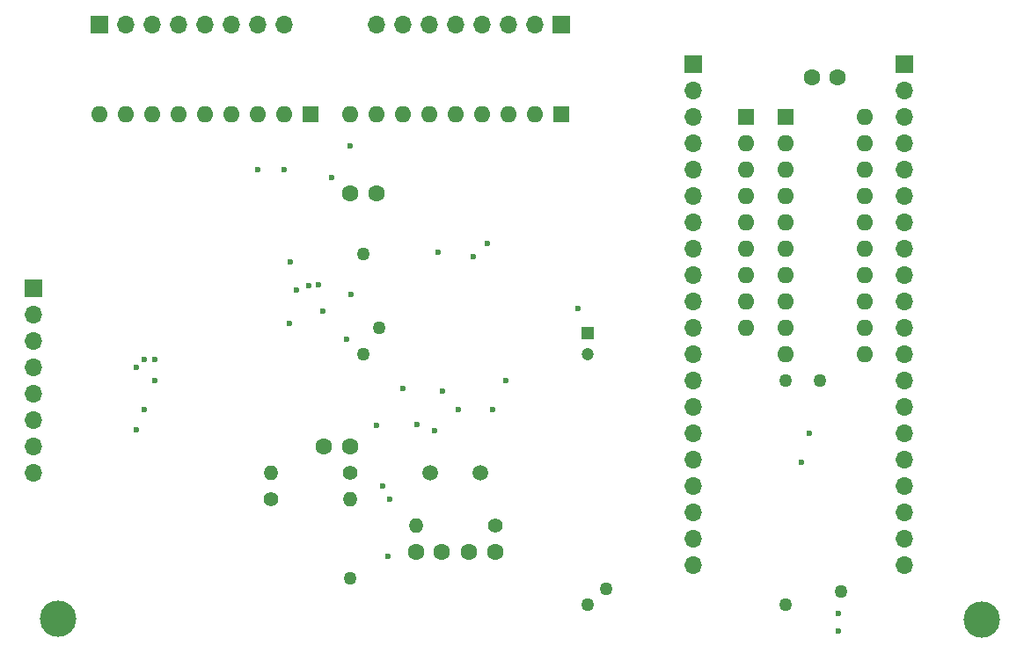
<source format=gbs>
G04 #@! TF.GenerationSoftware,KiCad,Pcbnew,(7.0.0)*
G04 #@! TF.CreationDate,2023-09-09T07:47:01+09:00*
G04 #@! TF.ProjectId,MEZ68HC11,4d455a36-3848-4433-9131-2e6b69636164,rev?*
G04 #@! TF.SameCoordinates,PX55d4a80PY9043270*
G04 #@! TF.FileFunction,Soldermask,Bot*
G04 #@! TF.FilePolarity,Negative*
%FSLAX46Y46*%
G04 Gerber Fmt 4.6, Leading zero omitted, Abs format (unit mm)*
G04 Created by KiCad (PCBNEW (7.0.0)) date 2023-09-09 07:47:01*
%MOMM*%
%LPD*%
G01*
G04 APERTURE LIST*
%ADD10R,1.600000X1.600000*%
%ADD11O,1.600000X1.600000*%
%ADD12R,1.700000X1.700000*%
%ADD13O,1.700000X1.700000*%
%ADD14C,1.600000*%
%ADD15C,1.400000*%
%ADD16O,1.400000X1.400000*%
%ADD17C,1.500000*%
%ADD18C,3.500000*%
%ADD19R,1.200000X1.200000*%
%ADD20C,1.200000*%
%ADD21C,1.270000*%
%ADD22C,0.600000*%
G04 APERTURE END LIST*
D10*
X53509999Y52463999D03*
D11*
X50969999Y52463999D03*
X48429999Y52463999D03*
X45889999Y52463999D03*
X43349999Y52463999D03*
X40809999Y52463999D03*
X38269999Y52463999D03*
X35729999Y52463999D03*
X33189999Y52463999D03*
D12*
X2709999Y35699999D03*
D13*
X2709999Y33159999D03*
X2709999Y30619999D03*
X2709999Y28079999D03*
X2709999Y25539999D03*
X2709999Y22999999D03*
X2709999Y20459999D03*
X2709999Y17919999D03*
D12*
X86529999Y57289999D03*
D13*
X86529999Y54749999D03*
X86529999Y52209999D03*
X86529999Y49669999D03*
X86529999Y47129999D03*
X86529999Y44589999D03*
X86529999Y42049999D03*
X86529999Y39509999D03*
X86529999Y36969999D03*
X86529999Y34429999D03*
X86529999Y31889999D03*
X86529999Y29349999D03*
X86529999Y26809999D03*
X86529999Y24269999D03*
X86529999Y21729999D03*
X86529999Y19189999D03*
X86529999Y16649999D03*
X86529999Y14109999D03*
X86529999Y11569999D03*
X86529999Y9029999D03*
D12*
X9059999Y61124999D03*
D13*
X11599999Y61124999D03*
X14139999Y61124999D03*
X16679999Y61124999D03*
X19219999Y61124999D03*
X21759999Y61124999D03*
X24299999Y61124999D03*
X26839999Y61124999D03*
D14*
X30690000Y20460000D03*
X33190000Y20460000D03*
D15*
X25570000Y15380000D03*
D16*
X33189999Y15379999D03*
D10*
X29379999Y52463999D03*
D11*
X26839999Y52463999D03*
X24299999Y52463999D03*
X21759999Y52463999D03*
X19219999Y52463999D03*
X16679999Y52463999D03*
X14139999Y52463999D03*
X11599999Y52463999D03*
X9059999Y52463999D03*
D17*
X40900000Y17920000D03*
X45780000Y17920000D03*
D18*
X5080000Y3835400D03*
D12*
X66209999Y57289999D03*
D13*
X66209999Y54749999D03*
X66209999Y52209999D03*
X66209999Y49669999D03*
X66209999Y47129999D03*
X66209999Y44589999D03*
X66209999Y42049999D03*
X66209999Y39509999D03*
X66209999Y36969999D03*
X66209999Y34429999D03*
X66209999Y31889999D03*
X66209999Y29349999D03*
X66209999Y26809999D03*
X66209999Y24269999D03*
X66209999Y21729999D03*
X66209999Y19189999D03*
X66209999Y16649999D03*
X66209999Y14109999D03*
X66209999Y11569999D03*
X66209999Y9029999D03*
D12*
X53509999Y61099999D03*
D13*
X50969999Y61099999D03*
X48429999Y61099999D03*
X45889999Y61099999D03*
X43349999Y61099999D03*
X40809999Y61099999D03*
X38269999Y61099999D03*
X35729999Y61099999D03*
D14*
X47160000Y10300000D03*
X44660000Y10300000D03*
D10*
X75099999Y52204999D03*
D11*
X75099999Y49664999D03*
X75099999Y47124999D03*
X75099999Y44584999D03*
X75099999Y42044999D03*
X75099999Y39504999D03*
X75099999Y36964999D03*
X75099999Y34424999D03*
X75099999Y31884999D03*
X75099999Y29344999D03*
X82719999Y29344999D03*
X82719999Y31884999D03*
X82719999Y34424999D03*
X82719999Y36964999D03*
X82719999Y39504999D03*
X82719999Y42044999D03*
X82719999Y44584999D03*
X82719999Y47124999D03*
X82719999Y49664999D03*
X82719999Y52204999D03*
D14*
X80140000Y56020000D03*
X77640000Y56020000D03*
D19*
X56049999Y31349999D03*
D20*
X56050000Y29350000D03*
D15*
X33190000Y17920000D03*
D16*
X25569999Y17919999D03*
D15*
X47160000Y12840000D03*
D16*
X39539999Y12839999D03*
D18*
X93980000Y3810000D03*
D14*
X39540000Y10300000D03*
X42040000Y10300000D03*
D10*
X71289999Y52209999D03*
D11*
X71289999Y49669999D03*
X71289999Y47129999D03*
X71289999Y44589999D03*
X71289999Y42049999D03*
X71289999Y39509999D03*
X71289999Y36969999D03*
X71289999Y34429999D03*
X71289999Y31889999D03*
D14*
X35730000Y44844000D03*
X33230000Y44844000D03*
D21*
X35984000Y31890000D03*
D22*
X31412000Y46368000D03*
X36365000Y16650000D03*
D21*
X57828000Y6744000D03*
X80434000Y6490000D03*
D22*
X27442000Y38244000D03*
D21*
X78402000Y26810000D03*
X33190000Y7760000D03*
X34460000Y39002000D03*
D22*
X33230000Y49416000D03*
D21*
X56050000Y5220000D03*
X75100000Y5220000D03*
X34460000Y29350000D03*
X75100000Y26810000D03*
D22*
X33311000Y35110000D03*
X39610000Y22559000D03*
X55155000Y33791000D03*
X41360000Y21983000D03*
X45073000Y38704000D03*
X76624000Y18936000D03*
X77386000Y21730000D03*
X46398000Y40018000D03*
X48176000Y26810000D03*
X32876000Y30760000D03*
X27381000Y32280000D03*
X30567000Y33484000D03*
X28028000Y35517000D03*
X29259000Y35940000D03*
X30169000Y36036000D03*
X80180000Y4331000D03*
X35730000Y22492000D03*
X41710000Y39198000D03*
X42080000Y25794000D03*
X43604000Y24016000D03*
X46906000Y24016000D03*
X36838000Y9873000D03*
X26834235Y47130000D03*
X24300000Y47130000D03*
X80180000Y2680000D03*
X38270000Y26048000D03*
X14394000Y28842000D03*
X14394000Y26810000D03*
X13378000Y24027500D03*
X13378000Y28842000D03*
X12616000Y22077000D03*
X12616000Y28080000D03*
X37000000Y15380000D03*
M02*

</source>
